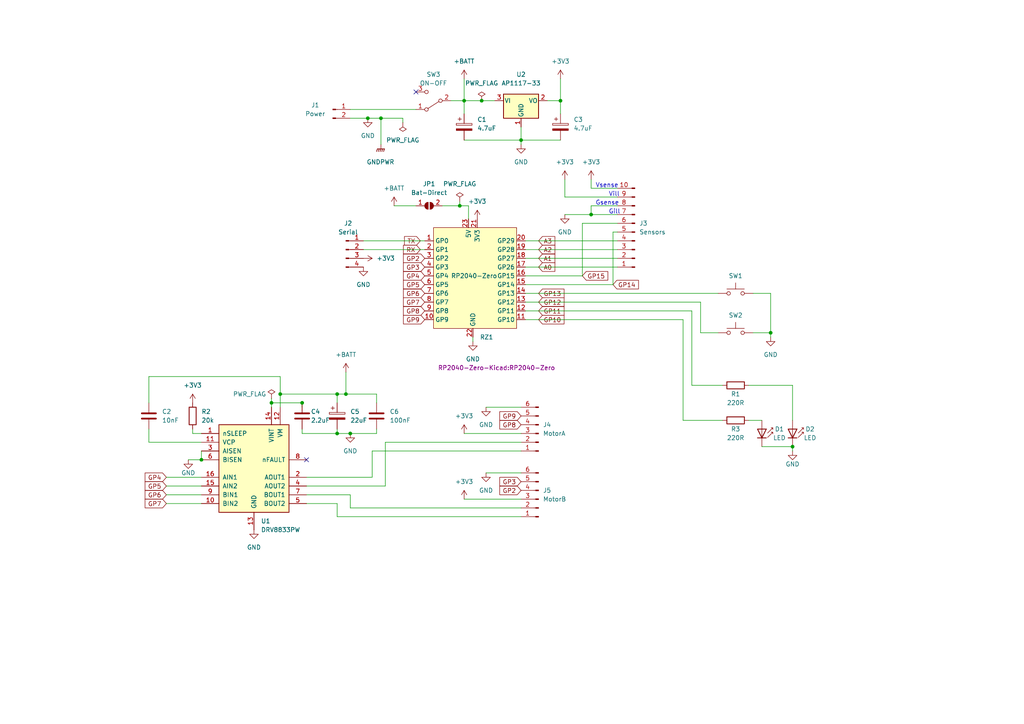
<source format=kicad_sch>
(kicad_sch (version 20211123) (generator eeschema)
  (paper "A4")
  (lib_symbols
    (symbol "Connector:Conn_01x02_Male" (pin_names (offset 1.016) hide)
      (property "Reference" "J" (at 0 2.54 0))
      (property "Value" "Conn_01x02_Male" (at 0 -5.08 0))
      (symbol "Conn_01x02_Male_1_1"
        (polyline (pts (xy 1.27 -2.54) (xy 0.8636 -2.54)) (stroke (width 0.1524)))
        (polyline (pts (xy 1.27 0) (xy 0.8636 0)) (stroke (width 0.1524)))
        (rectangle (start 0.8636 -2.413) (end 0 -2.667) (stroke (width 0.1524)) (fill (type outline)))
        (rectangle (start 0.8636 0.127) (end 0 -0.127) (stroke (width 0.1524)) (fill (type outline)))
        (pin passive line (at 5.08 0 180) (length 3.81) (name "Pin_1") (number "1"))
        (pin passive line (at 5.08 -2.54 180) (length 3.81) (name "Pin_2") (number "2"))
      )
    )
    (symbol "Connector:Conn_01x04_Male" (pin_names (offset 1.016) hide)
      (property "Reference" "J" (at 0 5.08 0))
      (property "Value" "Conn_01x04_Male" (at 0 -7.62 0))
      (symbol "Conn_01x04_Male_1_1"
        (polyline (pts (xy 1.27 -5.08) (xy 0.8636 -5.08)) (stroke (width 0.1524)))
        (polyline (pts (xy 1.27 -2.54) (xy 0.8636 -2.54)) (stroke (width 0.1524)))
        (polyline (pts (xy 1.27 0) (xy 0.8636 0)) (stroke (width 0.1524)))
        (polyline (pts (xy 1.27 2.54) (xy 0.8636 2.54)) (stroke (width 0.1524)))
        (rectangle (start 0.8636 -4.953) (end 0 -5.207) (stroke (width 0.1524)) (fill (type outline)))
        (rectangle (start 0.8636 -2.413) (end 0 -2.667) (stroke (width 0.1524)) (fill (type outline)))
        (rectangle (start 0.8636 0.127) (end 0 -0.127) (stroke (width 0.1524)) (fill (type outline)))
        (rectangle (start 0.8636 2.667) (end 0 2.413) (stroke (width 0.1524)) (fill (type outline)))
        (pin passive line (at 5.08 2.54 180) (length 3.81) (name "Pin_1") (number "1"))
        (pin passive line (at 5.08 0 180) (length 3.81) (name "Pin_2") (number "2"))
        (pin passive line (at 5.08 -2.54 180) (length 3.81) (name "Pin_3") (number "3"))
        (pin passive line (at 5.08 -5.08 180) (length 3.81) (name "Pin_4") (number "4"))
      )
    )
    (symbol "Connector:Conn_01x06_Male" (pin_names (offset 1.016) hide)
      (property "Reference" "J" (at 0 7.62 0))
      (property "Value" "Conn_01x06_Male" (at 0 -10.16 0))
      (symbol "Conn_01x06_Male_1_1"
        (polyline (pts (xy 1.27 -7.62) (xy 0.8636 -7.62)) (stroke (width 0.1524)))
        (polyline (pts (xy 1.27 -5.08) (xy 0.8636 -5.08)) (stroke (width 0.1524)))
        (polyline (pts (xy 1.27 -2.54) (xy 0.8636 -2.54)) (stroke (width 0.1524)))
        (polyline (pts (xy 1.27 0) (xy 0.8636 0)) (stroke (width 0.1524)))
        (polyline (pts (xy 1.27 2.54) (xy 0.8636 2.54)) (stroke (width 0.1524)))
        (polyline (pts (xy 1.27 5.08) (xy 0.8636 5.08)) (stroke (width 0.1524)))
        (rectangle (start 0.8636 -7.493) (end 0 -7.747) (stroke (width 0.1524)) (fill (type outline)))
        (rectangle (start 0.8636 -4.953) (end 0 -5.207) (stroke (width 0.1524)) (fill (type outline)))
        (rectangle (start 0.8636 -2.413) (end 0 -2.667) (stroke (width 0.1524)) (fill (type outline)))
        (rectangle (start 0.8636 0.127) (end 0 -0.127) (stroke (width 0.1524)) (fill (type outline)))
        (rectangle (start 0.8636 2.667) (end 0 2.413) (stroke (width 0.1524)) (fill (type outline)))
        (rectangle (start 0.8636 5.207) (end 0 4.953) (stroke (width 0.1524)) (fill (type outline)))
        (pin passive line (at 5.08 5.08 180) (length 3.81) (name "Pin_1") (number "1"))
        (pin passive line (at 5.08 2.54 180) (length 3.81) (name "Pin_2") (number "2"))
        (pin passive line (at 5.08 0 180) (length 3.81) (name "Pin_3") (number "3"))
        (pin passive line (at 5.08 -2.54 180) (length 3.81) (name "Pin_4") (number "4"))
        (pin passive line (at 5.08 -5.08 180) (length 3.81) (name "Pin_5") (number "5"))
        (pin passive line (at 5.08 -7.62 180) (length 3.81) (name "Pin_6") (number "6"))
      )
    )
    (symbol "Connector:Conn_01x10_Male" (pin_names (offset 1.016) hide)
      (property "Reference" "J" (at 0 12.7 0))
      (property "Value" "Conn_01x10_Male" (at 0 -15.24 0))
      (symbol "Conn_01x10_Male_1_1"
        (polyline (pts (xy 1.27 -12.7) (xy 0.8636 -12.7)) (stroke (width 0.1524)))
        (polyline (pts (xy 1.27 -10.16) (xy 0.8636 -10.16)) (stroke (width 0.1524)))
        (polyline (pts (xy 1.27 -7.62) (xy 0.8636 -7.62)) (stroke (width 0.1524)))
        (polyline (pts (xy 1.27 -5.08) (xy 0.8636 -5.08)) (stroke (width 0.1524)))
        (polyline (pts (xy 1.27 -2.54) (xy 0.8636 -2.54)) (stroke (width 0.1524)))
        (polyline (pts (xy 1.27 0) (xy 0.8636 0)) (stroke (width 0.1524)))
        (polyline (pts (xy 1.27 2.54) (xy 0.8636 2.54)) (stroke (width 0.1524)))
        (polyline (pts (xy 1.27 5.08) (xy 0.8636 5.08)) (stroke (width 0.1524)))
        (polyline (pts (xy 1.27 7.62) (xy 0.8636 7.62)) (stroke (width 0.1524)))
        (polyline (pts (xy 1.27 10.16) (xy 0.8636 10.16)) (stroke (width 0.1524)))
        (rectangle (start 0.8636 -12.573) (end 0 -12.827) (stroke (width 0.1524)) (fill (type outline)))
        (rectangle (start 0.8636 -10.033) (end 0 -10.287) (stroke (width 0.1524)) (fill (type outline)))
        (rectangle (start 0.8636 -7.493) (end 0 -7.747) (stroke (width 0.1524)) (fill (type outline)))
        (rectangle (start 0.8636 -4.953) (end 0 -5.207) (stroke (width 0.1524)) (fill (type outline)))
        (rectangle (start 0.8636 -2.413) (end 0 -2.667) (stroke (width 0.1524)) (fill (type outline)))
        (rectangle (start 0.8636 0.127) (end 0 -0.127) (stroke (width 0.1524)) (fill (type outline)))
        (rectangle (start 0.8636 2.667) (end 0 2.413) (stroke (width 0.1524)) (fill (type outline)))
        (rectangle (start 0.8636 5.207) (end 0 4.953) (stroke (width 0.1524)) (fill (type outline)))
        (rectangle (start 0.8636 7.747) (end 0 7.493) (stroke (width 0.1524)) (fill (type outline)))
        (rectangle (start 0.8636 10.287) (end 0 10.033) (stroke (width 0.1524)) (fill (type outline)))
        (pin passive line (at 5.08 10.16 180) (length 3.81) (name "Pin_1") (number "1"))
        (pin passive line (at 5.08 -12.7 180) (length 3.81) (name "Pin_10") (number "10"))
        (pin passive line (at 5.08 7.62 180) (length 3.81) (name "Pin_2") (number "2"))
        (pin passive line (at 5.08 5.08 180) (length 3.81) (name "Pin_3") (number "3"))
        (pin passive line (at 5.08 2.54 180) (length 3.81) (name "Pin_4") (number "4"))
        (pin passive line (at 5.08 0 180) (length 3.81) (name "Pin_5") (number "5"))
        (pin passive line (at 5.08 -2.54 180) (length 3.81) (name "Pin_6") (number "6"))
        (pin passive line (at 5.08 -5.08 180) (length 3.81) (name "Pin_7") (number "7"))
        (pin passive line (at 5.08 -7.62 180) (length 3.81) (name "Pin_8") (number "8"))
        (pin passive line (at 5.08 -10.16 180) (length 3.81) (name "Pin_9") (number "9"))
      )
    )
    (symbol "Device:C" (pin_numbers hide) (pin_names (offset 0.254))
      (property "Reference" "C" (at 0.635 2.54 0))
      (property "Value" "C" (at 0.635 -2.54 0))
      (symbol "C_0_1"
        (polyline (pts (xy -2.032 -0.762) (xy 2.032 -0.762)) (stroke (width 0.508)))
        (polyline (pts (xy -2.032 0.762) (xy 2.032 0.762)) (stroke (width 0.508)))
      )
      (symbol "C_1_1"
        (pin passive line (at 0 3.81 270) (length 2.794) (name "~") (number "1"))
        (pin passive line (at 0 -3.81 90) (length 2.794) (name "~") (number "2"))
      )
    )
    (symbol "Device:C_Polarized" (pin_numbers hide) (pin_names (offset 0.254))
      (property "Reference" "C" (at 0.635 2.54 0))
      (property "Value" "C_Polarized" (at 0.635 -2.54 0))
      (symbol "C_Polarized_0_1"
        (rectangle (start -2.286 0.508) (end 2.286 1.016))
        (polyline (pts (xy -1.778 2.286) (xy -0.762 2.286)))
        (polyline (pts (xy -1.27 2.794) (xy -1.27 1.778)))
        (rectangle (start 2.286 -0.508) (end -2.286 -1.016) (fill (type outline)))
      )
      (symbol "C_Polarized_1_1"
        (pin passive line (at 0 3.81 270) (length 2.794) (name "~") (number "1"))
        (pin passive line (at 0 -3.81 90) (length 2.794) (name "~") (number "2"))
      )
    )
    (symbol "Device:R" (pin_numbers hide) (pin_names (offset 0))
      (property "Reference" "R" (at 2.032 0 90))
      (property "Value" "R" (at 0 0 90))
      (symbol "R_0_1"
        (rectangle (start -1.016 -2.54) (end 1.016 2.54) (stroke (width 0.254)))
      )
      (symbol "R_1_1"
        (pin passive line (at 0 3.81 270) (length 1.27) (name "~") (number "1"))
        (pin passive line (at 0 -3.81 90) (length 1.27) (name "~") (number "2"))
      )
    )
    (symbol "Driver_Motor:DRV8833PW" (pin_names (offset 1.016))
      (property "Reference" "U" (at -3.81 16.51 0))
      (property "Value" "DRV8833PW" (at -3.81 13.97 0))
      (symbol "DRV8833PW_0_1"
        (rectangle (start -10.16 12.7) (end 10.16 -12.7) (stroke (width 0.254)) (fill (type background)))
      )
      (symbol "DRV8833PW_1_1"
        (pin input line (at -15.24 10.16 0) (length 5.08) (name "nSLEEP") (number "1"))
        (pin input line (at -15.24 -10.16 0) (length 5.08) (name "BIN2") (number "10"))
        (pin bidirectional line (at -15.24 7.62 0) (length 5.08) (name "VCP") (number "11"))
        (pin power_in line (at 7.62 17.78 270) (length 5.08) (name "VM") (number "12"))
        (pin power_in line (at 0 -17.78 90) (length 5.08) (name "GND") (number "13"))
        (pin power_in line (at 5.08 17.78 270) (length 5.08) (name "VINT") (number "14"))
        (pin input line (at -15.24 -5.08 0) (length 5.08) (name "AIN2") (number "15"))
        (pin input line (at -15.24 -2.54 0) (length 5.08) (name "AIN1") (number "16"))
        (pin power_out line (at 15.24 -2.54 180) (length 5.08) (name "AOUT1") (number "2"))
        (pin bidirectional line (at -15.24 5.08 0) (length 5.08) (name "AISEN") (number "3"))
        (pin power_out line (at 15.24 -5.08 180) (length 5.08) (name "AOUT2") (number "4"))
        (pin power_out line (at 15.24 -10.16 180) (length 5.08) (name "BOUT2") (number "5"))
        (pin bidirectional line (at -15.24 2.54 0) (length 5.08) (name "BISEN") (number "6"))
        (pin power_out line (at 15.24 -7.62 180) (length 5.08) (name "BOUT1") (number "7"))
        (pin open_collector line (at 15.24 2.54 180) (length 5.08) (name "nFAULT") (number "8"))
        (pin input line (at -15.24 -7.62 0) (length 5.08) (name "BIN1") (number "9"))
      )
    )
    (symbol "Jumper:SolderJumper_2_Open" (pin_names (offset 0) hide)
      (property "Reference" "JP" (at 0 2.032 0))
      (property "Value" "SolderJumper_2_Open" (at 0 -2.54 0))
      (symbol "SolderJumper_2_Open_0_1"
        (arc (start -0.254 1.016) (mid -1.27 0) (end -0.254 -1.016))
        (arc (start -0.254 1.016) (mid -1.27 0) (end -0.254 -1.016) (fill (type outline)))
        (polyline (pts (xy -0.254 1.016) (xy -0.254 -1.016)))
        (polyline (pts (xy 0.254 1.016) (xy 0.254 -1.016)))
        (arc (start 0.254 -1.016) (mid 1.27 0) (end 0.254 1.016))
        (arc (start 0.254 -1.016) (mid 1.27 0) (end 0.254 1.016) (fill (type outline)))
      )
      (symbol "SolderJumper_2_Open_1_1"
        (pin passive line (at -3.81 0 0) (length 2.54) (name "A") (number "1"))
        (pin passive line (at 3.81 0 180) (length 2.54) (name "B") (number "2"))
      )
    )
    (symbol "LED:SFH4346" (pin_numbers hide) (pin_names (offset 1.016) hide)
      (property "Reference" "D" (at 0.508 1.778 0))
      (property "Value" "SFH4346" (at -1.016 -2.794 0))
      (symbol "SFH4346_0_1"
        (polyline (pts (xy -2.54 1.27) (xy -2.54 -1.27)) (stroke (width 0.254)))
        (polyline (pts (xy 0 0) (xy -2.54 0)))
        (polyline (pts (xy 0.381 3.175) (xy -0.127 3.175)))
        (polyline (pts (xy -1.143 1.651) (xy 0.381 3.175) (xy 0.381 2.667)))
        (polyline (pts (xy 0 1.27) (xy -2.54 0) (xy 0 -1.27) (xy 0 1.27)) (stroke (width 0.254)))
        (polyline (pts (xy -2.413 1.651) (xy -0.889 3.175) (xy -0.889 2.667) (xy -0.889 3.175) (xy -1.397 3.175)))
      )
      (symbol "SFH4346_1_1"
        (pin passive line (at -5.08 0 0) (length 2.54) (name "K") (number "1"))
        (pin passive line (at 2.54 0 180) (length 2.54) (name "A") (number "2"))
      )
    )
    (symbol "Regulator_Linear:AP1117-33" (pin_names (offset 0.254))
      (property "Reference" "U" (at -3.81 3.175 0))
      (property "Value" "AP1117-33" (at 0 3.175 0))
      (symbol "AP1117-33_0_1"
        (rectangle (start -5.08 -5.08) (end 5.08 1.905) (stroke (width 0.254)) (fill (type background)))
      )
      (symbol "AP1117-33_1_1"
        (pin power_in line (at 0 -7.62 90) (length 2.54) (name "GND") (number "1"))
        (pin power_out line (at 7.62 0 180) (length 2.54) (name "VO") (number "2"))
        (pin power_in line (at -7.62 0 0) (length 2.54) (name "VI") (number "3"))
      )
    )
    (symbol "Switch:SW_Push" (pin_numbers hide) (pin_names (offset 1.016) hide)
      (property "Reference" "SW" (at 1.27 2.54 0))
      (property "Value" "SW_Push" (at 0 -1.524 0))
      (symbol "SW_Push_0_1"
        (circle (center -2.032 0) (radius 0.508))
        (polyline (pts (xy 0 1.27) (xy 0 3.048)))
        (polyline (pts (xy 2.54 1.27) (xy -2.54 1.27)))
        (circle (center 2.032 0) (radius 0.508))
        (pin passive line (at -5.08 0 0) (length 2.54) (name "1") (number "1"))
        (pin passive line (at 5.08 0 180) (length 2.54) (name "2") (number "2"))
      )
    )
    (symbol "Switch:SW_SPDT" (pin_names (offset 0) hide)
      (property "Reference" "SW" (at 0 4.318 0))
      (property "Value" "SW_SPDT" (at 0 -5.08 0))
      (symbol "SW_SPDT_0_0"
        (circle (center -2.032 0) (radius 0.508))
        (circle (center 2.032 -2.54) (radius 0.508))
      )
      (symbol "SW_SPDT_0_1"
        (polyline (pts (xy -1.524 0.254) (xy 1.651 2.286)))
        (circle (center 2.032 2.54) (radius 0.508))
      )
      (symbol "SW_SPDT_1_1"
        (pin passive line (at 5.08 2.54 180) (length 2.54) (name "A") (number "1"))
        (pin passive line (at -5.08 0 0) (length 2.54) (name "B") (number "2"))
        (pin passive line (at 5.08 -2.54 180) (length 2.54) (name "C") (number "3"))
      )
    )
    (symbol "power:+3V3" (power) (pin_names (offset 0))
      (property "Value" "+3V3" (at 0 3.556 0))
      (symbol "+3V3_0_1"
        (polyline (pts (xy -0.762 1.27) (xy 0 2.54)))
        (polyline (pts (xy 0 0) (xy 0 2.54)))
        (polyline (pts (xy 0 2.54) (xy 0.762 1.27)))
      )
      (symbol "+3V3_1_1"
        (pin power_in line (at 0 0 90) (length 0) hide (name "+3V3") (number "1"))
      )
    )
    (symbol "power:+BATT" (power) (pin_names (offset 0))
      (property "Value" "+BATT" (at 0 3.556 0))
      (symbol "+BATT_0_1"
        (polyline (pts (xy -0.762 1.27) (xy 0 2.54)))
        (polyline (pts (xy 0 0) (xy 0 2.54)))
        (polyline (pts (xy 0 2.54) (xy 0.762 1.27)))
      )
      (symbol "+BATT_1_1"
        (pin power_in line (at 0 0 90) (length 0) hide (name "+BATT") (number "1"))
      )
    )
    (symbol "power:GND" (power) (pin_names (offset 0))
      (property "Value" "GND" (at 0 -3.81 0))
      (symbol "GND_0_1"
        (polyline (pts (xy 0 0) (xy 0 -1.27) (xy 1.27 -1.27) (xy 0 -2.54) (xy -1.27 -1.27) (xy 0 -1.27)))
      )
      (symbol "GND_1_1"
        (pin power_in line (at 0 0 270) (length 0) hide (name "GND") (number "1"))
      )
    )
    (symbol "power:GNDPWR" (power) (pin_names (offset 0))
      (property "Value" "GNDPWR" (at 0 -3.302 0))
      (symbol "GNDPWR_0_1"
        (polyline (pts (xy 0 -1.27) (xy 0 0)))
        (polyline (pts (xy -1.016 -1.27) (xy -1.27 -2.032) (xy -1.27 -2.032)) (stroke (width 0.2032)))
        (polyline (pts (xy -0.508 -1.27) (xy -0.762 -2.032) (xy -0.762 -2.032)) (stroke (width 0.2032)))
        (polyline (pts (xy 0 -1.27) (xy -0.254 -2.032) (xy -0.254 -2.032)) (stroke (width 0.2032)))
        (polyline (pts (xy 0.508 -1.27) (xy 0.254 -2.032) (xy 0.254 -2.032)) (stroke (width 0.2032)))
        (polyline (pts (xy 1.016 -1.27) (xy -1.016 -1.27) (xy -1.016 -1.27)) (stroke (width 0.2032)))
        (polyline (pts (xy 1.016 -1.27) (xy 0.762 -2.032) (xy 0.762 -2.032) (xy 0.762 -2.032)) (stroke (width 0.2032)))
      )
      (symbol "GNDPWR_1_1"
        (pin power_in line (at 0 0 270) (length 0) hide (name "GNDPWR") (number "1"))
      )
    )
    (symbol "power:PWR_FLAG" (power) (pin_numbers hide) (pin_names (offset 0) hide)
      (property "Value" "PWR_FLAG" (at 0 3.81 0))
      (symbol "PWR_FLAG_0_0"
        (pin power_out line (at 0 0 90) (length 0) (name "pwr") (number "1"))
      )
      (symbol "PWR_FLAG_0_1"
        (polyline (pts (xy 0 0) (xy 0 1.27) (xy -1.016 1.905) (xy 0 2.54) (xy 1.016 1.905) (xy 0 1.27)))
      )
    )
    (symbol "rp2040-zero:RP2040-Zero"
      (property "Reference" "RZ" (at 0 0 0))
      (property "Value" "RP2040-Zero" (at 0 -2.54 0))
      (property "Footprint" "RP2040-Zero:RP2040-Zero" (at 0 0 0))
      (symbol "RP2040-Zero_0_1"
        (rectangle (start -11.43 -15.24) (end 12.7 13.97) (fill (type background)))
      )
      (symbol "RP2040-Zero_1_1"
        (pin bidirectional line (at -13.97 10.16 0) (length 2.54) (name "GP0") (number "1"))
        (pin bidirectional line (at -13.97 -12.7 0) (length 2.54) (name "GP9") (number "10"))
        (pin bidirectional line (at 15.24 -12.7 180) (length 2.54) (name "GP10") (number "11"))
        (pin bidirectional line (at 15.24 -10.16 180) (length 2.54) (name "GP11") (number "12"))
        (pin bidirectional line (at 15.24 -7.62 180) (length 2.54) (name "GP12") (number "13"))
        (pin bidirectional line (at 15.24 -5.08 180) (length 2.54) (name "GP13") (number "14"))
        (pin bidirectional line (at 15.24 -2.54 180) (length 2.54) (name "GP14") (number "15"))
        (pin bidirectional line (at 15.24 0 180) (length 2.54) (name "GP15") (number "16"))
        (pin bidirectional line (at 15.24 2.54 180) (length 2.54) (name "GP26") (number "17"))
        (pin bidirectional line (at 15.24 5.08 180) (length 2.54) (name "GP27") (number "18"))
        (pin bidirectional line (at 15.24 7.62 180) (length 2.54) (name "GP28") (number "19"))
        (pin bidirectional line (at -13.97 7.62 0) (length 2.54) (name "GP1") (number "2"))
        (pin bidirectional line (at 15.24 10.16 180) (length 2.54) (name "GP29") (number "20"))
        (pin power_in line (at 1.27 16.51 270) (length 2.54) (name "3V3") (number "21"))
        (pin power_in line (at 0 -17.78 90) (length 2.54) (name "GND") (number "22"))
        (pin power_in line (at -1.27 16.51 270) (length 2.54) (name "5V") (number "23"))
        (pin bidirectional line (at -13.97 5.08 0) (length 2.54) (name "GP2") (number "3"))
        (pin bidirectional line (at -13.97 2.54 0) (length 2.54) (name "GP3") (number "4"))
        (pin bidirectional line (at -13.97 0 0) (length 2.54) (name "GP4") (number "5"))
        (pin bidirectional line (at -13.97 -2.54 0) (length 2.54) (name "GP5") (number "6"))
        (pin bidirectional line (at -13.97 -5.08 0) (length 2.54) (name "GP6") (number "7"))
        (pin bidirectional line (at -13.97 -7.62 0) (length 2.54) (name "GP7") (number "8"))
        (pin bidirectional line (at -13.97 -10.16 0) (length 2.54) (name "GP8") (number "9"))
      )
    )
  )
  (junction (at 223.52 96.52))
  (junction (at 81.28 114.3))
  (junction (at 106.68 34.29))
  (junction (at 58.42 133.35))
  (junction (at 151.13 40.64))
  (junction (at 110.49 34.29))
  (junction (at 134.62 29.21))
  (junction (at 171.45 62.23))
  (junction (at 229.87 129.54))
  (junction (at 101.6 125.73))
  (junction (at 162.56 29.21))
  (junction (at 97.79 125.73))
  (junction (at 139.7 29.21))
  (junction (at 133.35 59.69))
  (junction (at 78.74 116.84))
  (junction (at 87.63 116.84))
  (junction (at 100.33 114.3))
  (junction (at 97.79 114.3))
  (no_connect (at 88.9 133.35))
  (no_connect (at 120.65 26.67))
  (wire (pts (xy 100.33 107.95) (xy 100.33 114.3)))
  (wire (pts (xy 101.6 31.75) (xy 120.65 31.75)))
  (wire (pts (xy 106.68 34.29) (xy 101.6 34.29)))
  (wire (pts (xy 88.9 143.51) (xy 101.6 143.51)))
  (wire (pts (xy 109.22 114.3) (xy 109.22 116.84)))
  (wire (pts (xy 152.4 69.85) (xy 179.07 69.85)))
  (wire (pts (xy 203.2 96.52) (xy 208.28 96.52)))
  (wire (pts (xy 134.62 125.73) (xy 151.13 125.73)))
  (wire (pts (xy 111.76 128.27) (xy 151.13 128.27)))
  (wire (pts (xy 134.62 144.78) (xy 151.13 144.78)))
  (wire (pts (xy 152.4 90.17) (xy 200.66 90.17)))
  (wire (pts (xy 87.63 124.46) (xy 87.63 125.73)))
  (wire (pts (xy 55.88 124.46) (xy 55.88 125.73)))
  (wire (pts (xy 140.97 137.16) (xy 151.13 137.16)))
  (wire (pts (xy 101.6 143.51) (xy 101.6 147.32)))
  (wire (pts (xy 223.52 85.09) (xy 218.44 85.09)))
  (wire (pts (xy 133.35 58.42) (xy 133.35 59.69)))
  (wire (pts (xy 81.28 109.22) (xy 81.28 114.3)))
  (wire (pts (xy 43.18 124.46) (xy 43.18 128.27)))
  (wire (pts (xy 97.79 124.46) (xy 97.79 125.73)))
  (wire (pts (xy 152.4 74.93) (xy 179.07 74.93)))
  (wire (pts (xy 134.62 22.86) (xy 134.62 29.21)))
  (wire (pts (xy 162.56 29.21) (xy 162.56 33.02)))
  (wire (pts (xy 158.75 29.21) (xy 162.56 29.21)))
  (wire (pts (xy 168.91 64.77) (xy 168.91 80.01)))
  (wire (pts (xy 179.07 59.69) (xy 171.45 59.69)))
  (wire (pts (xy 97.79 146.05) (xy 97.79 149.86)))
  (wire (pts (xy 177.8 67.31) (xy 179.07 67.31)))
  (wire (pts (xy 134.62 29.21) (xy 134.62 33.02)))
  (wire (pts (xy 218.44 96.52) (xy 223.52 96.52)))
  (wire (pts (xy 43.18 128.27) (xy 58.42 128.27)))
  (wire (pts (xy 109.22 125.73) (xy 109.22 124.46)))
  (wire (pts (xy 105.41 69.85) (xy 123.19 69.85)))
  (wire (pts (xy 151.13 130.81) (xy 107.95 130.81)))
  (wire (pts (xy 48.26 143.51) (xy 58.42 143.51)))
  (wire (pts (xy 217.17 121.92) (xy 220.98 121.92)))
  (wire (pts (xy 152.4 80.01) (xy 168.91 80.01)))
  (wire (pts (xy 151.13 40.64) (xy 162.56 40.64)))
  (wire (pts (xy 87.63 116.84) (xy 78.74 116.84)))
  (wire (pts (xy 48.26 138.43) (xy 58.42 138.43)))
  (wire (pts (xy 43.18 116.84) (xy 43.18 109.22)))
  (wire (pts (xy 48.26 146.05) (xy 58.42 146.05)))
  (wire (pts (xy 101.6 147.32) (xy 151.13 147.32)))
  (wire (pts (xy 100.33 114.3) (xy 109.22 114.3)))
  (wire (pts (xy 139.7 29.21) (xy 143.51 29.21)))
  (wire (pts (xy 151.13 41.91) (xy 151.13 40.64)))
  (wire (pts (xy 152.4 92.71) (xy 198.12 92.71)))
  (wire (pts (xy 55.88 125.73) (xy 58.42 125.73)))
  (wire (pts (xy 133.35 59.69) (xy 135.89 59.69)))
  (wire (pts (xy 198.12 121.92) (xy 209.55 121.92)))
  (wire (pts (xy 223.52 97.79) (xy 223.52 96.52)))
  (wire (pts (xy 198.12 92.71) (xy 198.12 121.92)))
  (wire (pts (xy 171.45 59.69) (xy 171.45 62.23)))
  (wire (pts (xy 58.42 130.81) (xy 58.42 133.35)))
  (wire (pts (xy 48.26 140.97) (xy 58.42 140.97)))
  (wire (pts (xy 140.97 118.11) (xy 151.13 118.11)))
  (wire (pts (xy 152.4 87.63) (xy 203.2 87.63)))
  (wire (pts (xy 200.66 90.17) (xy 200.66 111.76)))
  (wire (pts (xy 97.79 114.3) (xy 100.33 114.3)))
  (wire (pts (xy 137.16 99.06) (xy 137.16 97.79)))
  (wire (pts (xy 78.74 116.84) (xy 78.74 115.57)))
  (wire (pts (xy 163.83 57.15) (xy 179.07 57.15)))
  (wire (pts (xy 114.3 59.69) (xy 120.65 59.69)))
  (wire (pts (xy 171.45 52.07) (xy 171.45 54.61)))
  (wire (pts (xy 220.98 129.54) (xy 229.87 129.54)))
  (wire (pts (xy 87.63 116.84) (xy 87.63 118.11)))
  (wire (pts (xy 152.4 82.55) (xy 177.8 82.55)))
  (wire (pts (xy 78.74 116.84) (xy 78.74 118.11)))
  (wire (pts (xy 163.83 62.23) (xy 171.45 62.23)))
  (wire (pts (xy 87.63 125.73) (xy 97.79 125.73)))
  (wire (pts (xy 54.61 133.35) (xy 58.42 133.35)))
  (wire (pts (xy 105.41 72.39) (xy 123.19 72.39)))
  (wire (pts (xy 217.17 111.76) (xy 229.87 111.76)))
  (wire (pts (xy 81.28 114.3) (xy 97.79 114.3)))
  (wire (pts (xy 111.76 128.27) (xy 111.76 140.97)))
  (wire (pts (xy 97.79 125.73) (xy 101.6 125.73)))
  (wire (pts (xy 152.4 72.39) (xy 179.07 72.39)))
  (wire (pts (xy 135.89 59.69) (xy 135.89 63.5)))
  (wire (pts (xy 88.9 146.05) (xy 97.79 146.05)))
  (wire (pts (xy 152.4 77.47) (xy 179.07 77.47)))
  (wire (pts (xy 229.87 129.54) (xy 229.87 130.81)))
  (wire (pts (xy 223.52 85.09) (xy 223.52 96.52)))
  (wire (pts (xy 177.8 82.55) (xy 177.8 67.31)))
  (wire (pts (xy 130.81 29.21) (xy 134.62 29.21)))
  (wire (pts (xy 152.4 85.09) (xy 208.28 85.09)))
  (wire (pts (xy 110.49 34.29) (xy 110.49 41.91)))
  (wire (pts (xy 171.45 54.61) (xy 179.07 54.61)))
  (wire (pts (xy 163.83 52.07) (xy 163.83 57.15)))
  (wire (pts (xy 229.87 111.76) (xy 229.87 121.92)))
  (wire (pts (xy 203.2 87.63) (xy 203.2 96.52)))
  (wire (pts (xy 134.62 40.64) (xy 151.13 40.64)))
  (wire (pts (xy 107.95 138.43) (xy 88.9 138.43)))
  (wire (pts (xy 101.6 125.73) (xy 109.22 125.73)))
  (wire (pts (xy 88.9 140.97) (xy 111.76 140.97)))
  (wire (pts (xy 43.18 109.22) (xy 81.28 109.22)))
  (wire (pts (xy 134.62 29.21) (xy 139.7 29.21)))
  (wire (pts (xy 200.66 111.76) (xy 209.55 111.76)))
  (wire (pts (xy 128.27 59.69) (xy 133.35 59.69)))
  (wire (pts (xy 162.56 22.86) (xy 162.56 29.21)))
  (wire (pts (xy 116.84 35.56) (xy 116.84 34.29)))
  (wire (pts (xy 171.45 62.23) (xy 179.07 62.23)))
  (wire (pts (xy 97.79 149.86) (xy 151.13 149.86)))
  (wire (pts (xy 110.49 34.29) (xy 106.68 34.29)))
  (wire (pts (xy 97.79 114.3) (xy 97.79 116.84)))
  (wire (pts (xy 81.28 114.3) (xy 81.28 118.11)))
  (wire (pts (xy 107.95 130.81) (xy 107.95 138.43)))
  (wire (pts (xy 168.91 64.77) (xy 179.07 64.77)))
  (wire (pts (xy 151.13 36.83) (xy 151.13 40.64)))
  (wire (pts (xy 110.49 34.29) (xy 116.84 34.29)))
  (text "Gsense" (at 172.72 59.69 0) (effects (font (size 1.27 1.27)) (justify left bottom)))
  (text "Gill" (at 176.53 62.23 0) (effects (font (size 1.27 1.27)) (justify left bottom)))
  (text "Vsense" (at 172.72 54.61 0) (effects (font (size 1.27 1.27)) (justify left bottom)))
  (text "Vill" (at 176.53 57.15 0) (effects (font (size 1.27 1.27)) (justify left bottom)))
  (global_label "A2" (shape input) (at 156.21 72.39 0) (property "Intersheet References" "${INTERSHEET_REFS}" (effects hide)))
  (global_label "GP6" (shape input) (at 48.26 143.51 180) (property "Intersheet References" "${INTERSHEET_REFS}" (effects hide)))
  (global_label "GP2" (shape input) (at 123.19 74.93 180) (property "Intersheet References" "${INTERSHEET_REFS}" (effects hide)))
  (global_label "GP11" (shape input) (at 156.21 90.17 0) (property "Intersheet References" "${INTERSHEET_REFS}" (effects hide)))
  (global_label "GP15" (shape input) (at 168.91 80.01 0) (property "Intersheet References" "${INTERSHEET_REFS}" (effects hide)))
  (global_label "A0" (shape input) (at 156.21 77.47 0) (property "Intersheet References" "${INTERSHEET_REFS}" (effects hide)))
  (global_label "GP14" (shape input) (at 177.8 82.55 0) (property "Intersheet References" "${INTERSHEET_REFS}" (effects hide)))
  (global_label "RX" (shape input) (at 121.92 72.39 180) (property "Intersheet References" "${INTERSHEET_REFS}" (effects hide)))
  (global_label "GP13" (shape input) (at 156.21 85.09 0) (property "Intersheet References" "${INTERSHEET_REFS}" (effects hide)))
  (global_label "GP7" (shape input) (at 48.26 146.05 180) (property "Intersheet References" "${INTERSHEET_REFS}" (effects hide)))
  (global_label "GP7" (shape input) (at 123.19 87.63 180) (property "Intersheet References" "${INTERSHEET_REFS}" (effects hide)))
  (global_label "GP4" (shape input) (at 48.26 138.43 180) (property "Intersheet References" "${INTERSHEET_REFS}" (effects hide)))
  (global_label "TX" (shape input) (at 121.92 69.85 180) (property "Intersheet References" "${INTERSHEET_REFS}" (effects hide)))
  (global_label "A3" (shape input) (at 156.21 69.85 0) (property "Intersheet References" "${INTERSHEET_REFS}" (effects hide)))
  (global_label "GP8" (shape input) (at 151.13 123.19 180) (property "Intersheet References" "${INTERSHEET_REFS}" (effects hide)))
  (global_label "GP9" (shape input) (at 151.13 120.65 180) (property "Intersheet References" "${INTERSHEET_REFS}" (effects hide)))
  (global_label "GP6" (shape input) (at 123.19 85.09 180) (property "Intersheet References" "${INTERSHEET_REFS}" (effects hide)))
  (global_label "GP2" (shape input) (at 151.13 142.24 180) (property "Intersheet References" "${INTERSHEET_REFS}" (effects hide)))
  (global_label "GP3" (shape input) (at 123.19 77.47 180) (property "Intersheet References" "${INTERSHEET_REFS}" (effects hide)))
  (global_label "GP12" (shape input) (at 156.21 87.63 0) (property "Intersheet References" "${INTERSHEET_REFS}" (effects hide)))
  (global_label "GP5" (shape input) (at 48.26 140.97 180) (property "Intersheet References" "${INTERSHEET_REFS}" (effects hide)))
  (global_label "GP9" (shape input) (at 123.19 92.71 180) (property "Intersheet References" "${INTERSHEET_REFS}" (effects hide)))
  (global_label "GP4" (shape input) (at 123.19 80.01 180) (property "Intersheet References" "${INTERSHEET_REFS}" (effects hide)))
  (global_label "A1" (shape input) (at 156.21 74.93 0) (property "Intersheet References" "${INTERSHEET_REFS}" (effects hide)))
  (global_label "GP10" (shape input) (at 156.21 92.71 0) (property "Intersheet References" "${INTERSHEET_REFS}" (effects hide)))
  (global_label "GP8" (shape input) (at 123.19 90.17 180) (property "Intersheet References" "${INTERSHEET_REFS}" (effects hide)))
  (global_label "GP5" (shape input) (at 123.19 82.55 180) (property "Intersheet References" "${INTERSHEET_REFS}" (effects hide)))
  (global_label "GP3" (shape input) (at 151.13 139.7 180) (property "Intersheet References" "${INTERSHEET_REFS}" (effects hide)))
  (symbol (lib_id "Driver_Motor:DRV8833PW") (at 73.66 135.89 0) (unit 1)
    (property "Reference" "U1" (at 75.6794 151.13 0) (effects (justify left)))
    (property "Value" "DRV8833PW" (at 75.6794 153.67 0) (effects (justify left)))
    (property "Footprint" "Package_SO:TSSOP-16_4.4x5mm_P0.65mm" (effects hide))
    (property "Datasheet" "http://www.ti.com/lit/ds/symlink/drv8833.pdf" (effects hide))
  )
  (symbol (lib_id "Switch:SW_SPDT") (at 125.73 29.21 180) (unit 1)
    (property "Reference" "SW3" (at 125.73 21.59 0))
    (property "Value" "ON-OFF" (at 125.73 24.13 0))
    (property "Footprint" "Button_Switch_SMD:SW_SPDT_PCM12" (effects hide))
  )
  (symbol (lib_id "power:GND") (at 137.16 99.06 0) (unit 1)
    (property "Reference" "#PWR0119" (effects hide))
    (property "Value" "GND" (at 137.16 104.14 0))
  )
  (symbol (lib_id "power:GND") (at 140.97 137.16 0) (unit 1)
    (property "Reference" "#PWR0107" (effects hide))
    (property "Value" "GND" (at 140.97 142.24 0))
  )
  (symbol (lib_id "Connector:Conn_01x04_Male") (at 100.33 72.39 0) (unit 1)
    (property "Reference" "J2" (at 100.965 64.77 0))
    (property "Value" "Serial" (at 100.965 67.31 0))
    (property "Footprint" "Connector_PinHeader_2.54mm:PinHeader_1x04_P2.54mm_Vertical" (effects hide))
  )
  (symbol (lib_id "power:PWR_FLAG") (at 133.35 58.42 0) (unit 1)
    (property "Reference" "#FLG0102" (effects hide))
    (property "Value" "PWR_FLAG" (at 133.35 53.34 0))
  )
  (symbol (lib_id "LED:SFH4346") (at 229.87 124.46 270) (mirror x) (unit 1)
    (property "Reference" "D2" (at 234.95 124.46 90))
    (property "Value" "LED" (at 234.95 127 90))
    (property "Footprint" "LED_SMD:LED_1206_3216Metric_Pad1.42x1.75mm_HandSolder" (effects hide))
    (property "Datasheet" "http://cdn-reichelt.de/documents/datenblatt/A500/SFH4346.pdf" (effects hide))
  )
  (symbol (lib_id "Switch:SW_Push") (at 213.36 96.52 0) (unit 1)
    (property "Reference" "SW2" (at 213.36 91.44 0))
    (property "Value" "SW_Push" (effects hide))
    (property "Footprint" "Button_Switch_SMD:SW_SPST_CK_RS282G05A3" (effects hide))
  )
  (symbol (lib_id "power:GND") (at 163.83 62.23 0) (unit 1)
    (property "Reference" "#PWR0110" (effects hide))
    (property "Value" "GND" (at 163.83 67.31 0))
  )
  (symbol (lib_id "Regulator_Linear:AP1117-33") (at 151.13 29.21 0) (unit 1)
    (property "Reference" "U2" (at 151.13 21.59 0))
    (property "Value" "AP1117-33" (at 151.13 24.13 0))
    (property "Footprint" "Package_TO_SOT_SMD:SOT-223-3_TabPin2" (effects hide))
    (property "Datasheet" "http://www.diodes.com/datasheets/AP1117.pdf" (effects hide))
  )
  (symbol (lib_id "power:+BATT") (at 134.62 22.86 0) (unit 1)
    (property "Reference" "#PWR0113" (effects hide))
    (property "Value" "+BATT" (at 134.62 17.78 0))
  )
  (symbol (lib_id "power:GND") (at 101.6 125.73 0) (unit 1)
    (property "Reference" "#PWR0120" (effects hide))
    (property "Value" "GND" (at 101.6 130.81 0))
  )
  (symbol (lib_id "Device:C") (at 109.22 120.65 0) (unit 1)
    (property "Reference" "C6" (at 113.03 119.3799 0) (effects (justify left)))
    (property "Value" "100nF" (at 113.03 121.9199 0) (effects (justify left)))
    (property "Footprint" "Capacitor_SMD:C_0805_2012Metric_Pad1.18x1.45mm_HandSolder" (effects hide))
  )
  (symbol (lib_id "power:+3V3") (at 55.88 116.84 0) (unit 1)
    (property "Reference" "#PWR0101" (effects hide))
    (property "Value" "+3V3" (at 55.88 111.76 0))
  )
  (symbol (lib_id "power:+BATT") (at 100.33 107.95 0) (unit 1)
    (property "Reference" "#PWR0103" (effects hide))
    (property "Value" "+BATT" (at 100.33 102.87 0))
  )
  (symbol (lib_id "Connector:Conn_01x02_Male") (at 96.52 31.75 0) (unit 1)
    (property "Reference" "J1" (at 91.44 30.48 0))
    (property "Value" "Power" (at 91.44 33.02 0))
    (property "Footprint" "Connector_JST:JST_PH_B2B-PH-K_1x02_P2.00mm_Vertical" (effects hide))
  )
  (symbol (lib_id "power:GND") (at 229.87 130.81 0) (unit 1)
    (property "Reference" "#PWR0118" (effects hide))
    (property "Value" "GND" (at 229.87 134.62 0))
  )
  (symbol (lib_id "power:GND") (at 73.66 153.67 0) (unit 1)
    (property "Reference" "#PWR0102" (effects hide))
    (property "Value" "GND" (at 73.66 158.75 0))
  )
  (symbol (lib_id "power:GND") (at 151.13 41.91 0) (unit 1)
    (property "Reference" "#PWR02" (effects hide))
    (property "Value" "GND" (at 151.13 46.99 0))
  )
  (symbol (lib_id "Device:C_Polarized") (at 97.79 120.65 0) (unit 1)
    (property "Reference" "C5" (at 101.6 119.3799 0) (effects (justify left)))
    (property "Value" "22uF" (at 101.6 121.9199 0) (effects (justify left)))
    (property "Footprint" "Capacitor_SMD:CP_Elec_5x3.9" (effects hide))
  )
  (symbol (lib_id "Jumper:SolderJumper_2_Open") (at 124.46 59.69 0) (unit 1)
    (property "Reference" "JP1" (at 124.46 53.34 0))
    (property "Value" "Bat-Direct" (at 124.46 55.88 0))
    (property "Footprint" "Jumper:SolderJumper-2_P1.3mm_Open_Pad1.0x1.5mm" (effects hide))
  )
  (symbol (lib_id "Connector:Conn_01x10_Male") (at 184.15 67.31 180) (unit 1)
    (property "Reference" "J3" (at 185.42 64.7699 0) (effects (justify right)))
    (property "Value" "Sensors" (at 185.42 67.3099 0) (effects (justify right)))
    (property "Footprint" "Connector_PinHeader_1.27mm:PinHeader_1x10_P1.27mm_Vertical" (effects hide))
  )
  (symbol (lib_id "power:PWR_FLAG") (at 116.84 35.56 180) (unit 1)
    (property "Reference" "#FLG0103" (effects hide))
    (property "Value" "PWR_FLAG" (at 116.84 40.64 0))
  )
  (symbol (lib_id "power:+BATT") (at 114.3 59.69 0) (unit 1)
    (property "Reference" "#PWR0109" (effects hide))
    (property "Value" "+BATT" (at 114.3 54.61 0))
  )
  (symbol (lib_id "power:PWR_FLAG") (at 78.74 115.57 0) (unit 1)
    (property "Reference" "#FLG0104" (effects hide))
    (property "Value" "PWR_FLAG" (at 72.39 114.3 0))
  )
  (symbol (lib_id "power:PWR_FLAG") (at 139.7 29.21 0) (unit 1)
    (property "Reference" "#FLG0101" (effects hide))
    (property "Value" "PWR_FLAG" (at 139.7 24.13 0))
  )
  (symbol (lib_id "Device:R") (at 213.36 111.76 90) (unit 1)
    (property "Reference" "R1" (at 213.36 114.3 90))
    (property "Value" "220R" (at 213.36 116.84 90))
    (property "Footprint" "Resistor_SMD:R_0805_2012Metric_Pad1.20x1.40mm_HandSolder" (effects hide))
  )
  (symbol (lib_id "power:+3V3") (at 105.41 74.93 270) (unit 1)
    (property "Reference" "#PWR0111" (effects hide))
    (property "Value" "+3V3" (at 109.22 74.9299 90) (effects (justify left)))
  )
  (symbol (lib_id "power:+3V3") (at 171.45 52.07 0) (unit 1)
    (property "Reference" "#PWR0115" (effects hide))
    (property "Value" "+3V3" (at 171.45 46.99 0))
  )
  (symbol (lib_id "Connector:Conn_01x06_Male") (at 156.21 125.73 180) (unit 1)
    (property "Reference" "J4" (at 157.48 123.1899 0) (effects (justify right)))
    (property "Value" "MotorA" (at 157.48 125.7299 0) (effects (justify right)))
    (property "Footprint" "Connector_PinHeader_1.27mm:PinHeader_1x06_P1.27mm_Vertical" (effects hide))
  )
  (symbol (lib_id "Switch:SW_Push") (at 213.36 85.09 0) (unit 1)
    (property "Reference" "SW1" (at 213.36 80.01 0))
    (property "Value" "SW_Push" (effects hide))
    (property "Footprint" "Button_Switch_SMD:SW_SPST_CK_RS282G05A3" (effects hide))
  )
  (symbol (lib_id "power:GND") (at 106.68 34.29 0) (unit 1)
    (property "Reference" "#PWR0114" (effects hide))
    (property "Value" "GND" (at 106.68 39.37 0))
  )
  (symbol (lib_id "power:+3V3") (at 162.56 22.86 0) (unit 1)
    (property "Reference" "#PWR03" (effects hide))
    (property "Value" "+3V3" (at 162.56 17.78 0))
  )
  (symbol (lib_id "Device:C_Polarized") (at 134.62 36.83 0) (unit 1)
    (property "Reference" "C1" (at 138.43 34.6709 0) (effects (justify left)))
    (property "Value" "4.7uF" (at 138.43 37.2109 0) (effects (justify left)))
    (property "Footprint" "Capacitor_SMD:C_0805_2012Metric_Pad1.18x1.45mm_HandSolder" (effects hide))
  )
  (symbol (lib_id "power:GND") (at 105.41 77.47 0) (unit 1)
    (property "Reference" "#PWR0112" (effects hide))
    (property "Value" "GND" (at 105.41 82.55 0))
  )
  (symbol (lib_id "power:+3V3") (at 134.62 125.73 0) (unit 1)
    (property "Reference" "#PWR0105" (effects hide))
    (property "Value" "+3V3" (at 134.62 120.65 0))
  )
  (symbol (lib_id "Device:C") (at 87.63 120.65 180) (unit 1)
    (property "Reference" "C4" (at 90.17 119.38 0) (effects (justify right)))
    (property "Value" "2.2uF" (at 90.17 121.92 0) (effects (justify right)))
    (property "Footprint" "Capacitor_SMD:C_0805_2012Metric_Pad1.18x1.45mm_HandSolder" (effects hide))
  )
  (symbol (lib_id "LED:SFH4346") (at 220.98 124.46 270) (mirror x) (unit 1)
    (property "Reference" "D1" (at 226.06 124.46 90))
    (property "Value" "LED" (at 226.06 127 90))
    (property "Footprint" "LED_SMD:LED_1206_3216Metric_Pad1.42x1.75mm_HandSolder" (effects hide))
    (property "Datasheet" "http://cdn-reichelt.de/documents/datenblatt/A500/SFH4346.pdf" (effects hide))
  )
  (symbol (lib_id "power:GND") (at 223.52 97.79 0) (unit 1)
    (property "Reference" "#PWR0117" (effects hide))
    (property "Value" "GND" (at 223.52 102.87 0))
  )
  (symbol (lib_id "power:+3V3") (at 138.43 63.5 0) (unit 1)
    (property "Reference" "#PWR0108" (effects hide))
    (property "Value" "+3V3" (at 138.43 58.42 0))
  )
  (symbol (lib_id "Device:R") (at 213.36 121.92 90) (unit 1)
    (property "Reference" "R3" (at 213.36 124.46 90))
    (property "Value" "220R" (at 213.36 127 90))
    (property "Footprint" "Resistor_SMD:R_0805_2012Metric_Pad1.20x1.40mm_HandSolder" (effects hide))
  )
  (symbol (lib_id "Connector:Conn_01x06_Male") (at 156.21 144.78 180) (unit 1)
    (property "Reference" "J5" (at 157.48 142.2399 0) (effects (justify right)))
    (property "Value" "MotorB" (at 157.48 144.7799 0) (effects (justify right)))
    (property "Footprint" "Connector_PinHeader_1.27mm:PinHeader_1x06_P1.27mm_Vertical" (effects hide))
  )
  (symbol (lib_id "rp2040-zero:RP2040-Zero") (at 137.16 80.01 0) (unit 1)
    (property "Reference" "RZ1" (at 139.1794 97.79 0) (effects (justify left)))
    (property "Value" "RP2040-Zero" (at 130.81 80.01 0) (effects (justify left)))
    (property "Footprint" "RP2040-Zero-Kicad:RP2040-Zero" (at 127 106.68 0) (effects (justify left)))
  )
  (symbol (lib_id "power:GND") (at 140.97 118.11 0) (unit 1)
    (property "Reference" "#PWR0106" (effects hide))
    (property "Value" "GND" (at 140.97 123.19 0))
  )
  (symbol (lib_id "power:+3V3") (at 163.83 52.07 0) (unit 1)
    (property "Reference" "#PWR0116" (effects hide))
    (property "Value" "+3V3" (at 163.83 46.99 0))
  )
  (symbol (lib_id "power:GNDPWR") (at 110.49 41.91 0) (unit 1)
    (property "Reference" "#PWR0122" (effects hide))
    (property "Value" "GNDPWR" (at 110.363 46.99 0))
  )
  (symbol (lib_id "power:+3V3") (at 134.62 144.78 0) (unit 1)
    (property "Reference" "#PWR0104" (effects hide))
    (property "Value" "+3V3" (at 134.62 139.7 0))
  )
  (symbol (lib_id "Device:C") (at 43.18 120.65 0) (unit 1)
    (property "Reference" "C2" (at 46.99 119.3799 0) (effects (justify left)))
    (property "Value" "10nF" (at 46.99 121.9199 0) (effects (justify left)))
    (property "Footprint" "Capacitor_SMD:C_0805_2012Metric_Pad1.18x1.45mm_HandSolder" (effects hide))
  )
  (symbol (lib_id "Device:C_Polarized") (at 162.56 36.83 0) (unit 1)
    (property "Reference" "C3" (at 166.37 34.6709 0) (effects (justify left)))
    (property "Value" "4.7uF" (at 166.37 37.2109 0) (effects (justify left)))
    (property "Footprint" "Capacitor_SMD:C_0805_2012Metric_Pad1.18x1.45mm_HandSolder" (effects hide))
  )
  (symbol (lib_id "power:GND") (at 54.61 133.35 0) (unit 1)
    (property "Reference" "#PWR0121" (effects hide))
    (property "Value" "GND" (at 54.61 137.16 0))
  )
  (symbol (lib_id "Device:R") (at 55.88 120.65 0) (unit 1)
    (property "Reference" "R2" (at 58.42 119.3799 0) (effects (justify left)))
    (property "Value" "20k" (at 58.42 121.9199 0) (effects (justify left)))
    (property "Footprint" "Resistor_SMD:R_0805_2012Metric_Pad1.20x1.40mm_HandSolder" (effects hide))
  )
)
</source>
